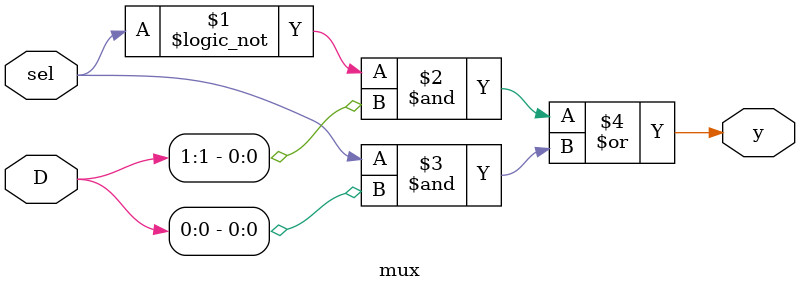
<source format=v>
module mux ( 
        input [1:0] D,
        input sel,
        output y
);

assign y = (!sel & D[1]) | (sel & D[0]);

endmodule
</source>
